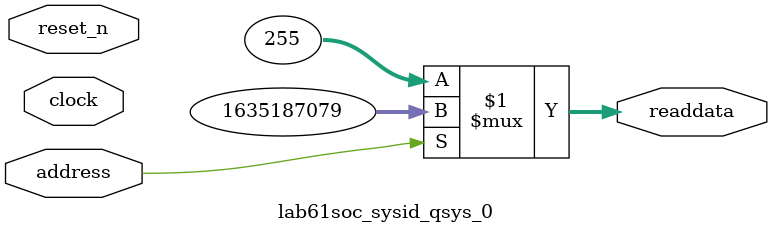
<source format=v>



// synthesis translate_off
`timescale 1ns / 1ps
// synthesis translate_on

// turn off superfluous verilog processor warnings 
// altera message_level Level1 
// altera message_off 10034 10035 10036 10037 10230 10240 10030 

module lab61soc_sysid_qsys_0 (
               // inputs:
                address,
                clock,
                reset_n,

               // outputs:
                readdata
             )
;

  output  [ 31: 0] readdata;
  input            address;
  input            clock;
  input            reset_n;

  wire    [ 31: 0] readdata;
  //control_slave, which is an e_avalon_slave
  assign readdata = address ? 1635187079 : 255;

endmodule



</source>
